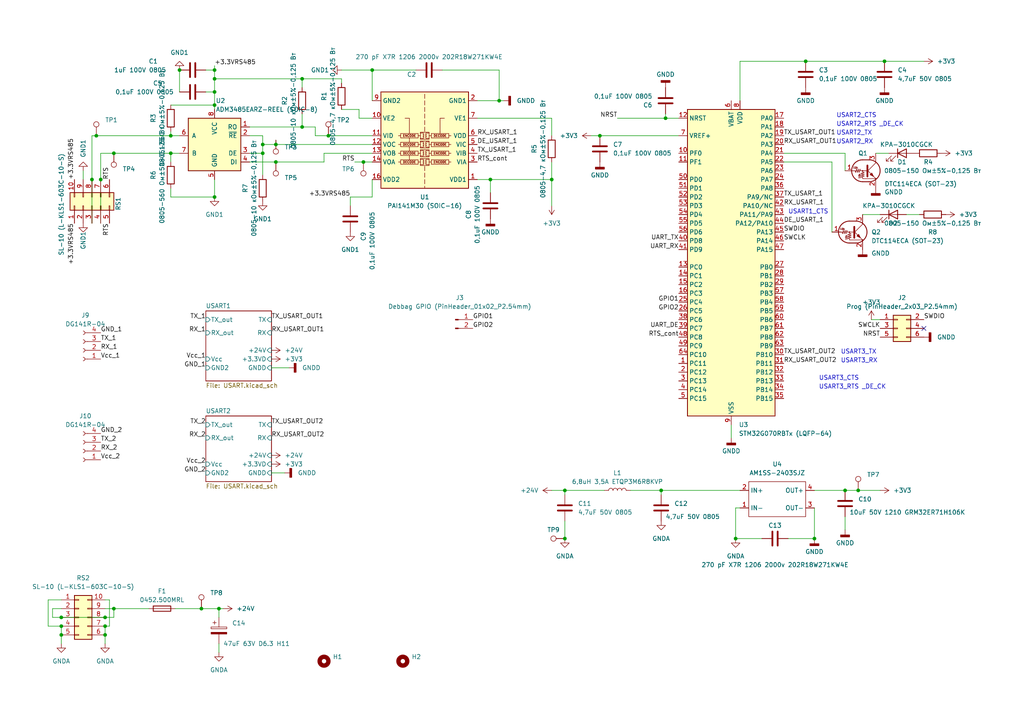
<source format=kicad_sch>
(kicad_sch (version 20230121) (generator eeschema)
  (paper "A4")
  (lib_symbols
    (symbol "Connector:Conn_01x02_Pin" (pin_names (offset 1.016) hide)
      (property "Reference" "J" (at 0 2.54 0))
      (property "Value" "Conn_01x02_Pin" (at 0 -5.08 0))
      (symbol "Conn_01x02_Pin_1_1"
        (pin passive line (at 5.08 0 180) (length 3.81) (name "Pin_1") (number "1"))
        (pin passive line (at 5.08 -2.54 180) (length 3.81) (name "Pin_2") (number "2"))
      )
    )
    (symbol "Connector:Conn_01x04_Socket" (pin_names (offset 1.016) hide)
      (property "Reference" "J" (at 0 5.08 0))
      (property "Value" "Conn_01x04_Socket" (at 0 -7.62 0))
      (symbol "Conn_01x04_Socket_1_1"
        (pin passive line (at -5.08 2.54 0) (length 3.81) (name "Pin_1") (number "1"))
        (pin passive line (at -5.08 0 0) (length 3.81) (name "Pin_2") (number "2"))
        (pin passive line (at -5.08 -2.54 0) (length 3.81) (name "Pin_3") (number "3"))
        (pin passive line (at -5.08 -5.08 0) (length 3.81) (name "Pin_4") (number "4"))
      )
    )
    (symbol "Connector:TestPoint" (pin_numbers hide) (pin_names (offset 0.762) hide)
      (property "Reference" "TP" (at 0 6.858 0))
      (property "Value" "TestPoint" (at 0 5.08 0))
      (symbol "TestPoint_1_1"
        (pin passive line (at 0 0 90) (length 2.54) (name "1") (number "1"))
      )
    )
    (symbol "Connector_Generic:Conn_02x03_Odd_Even" (pin_names (offset 1.016) hide)
      (property "Reference" "J" (at 1.27 5.08 0))
      (property "Value" "Conn_02x03_Odd_Even" (at 1.27 -5.08 0))
      (symbol "Conn_02x03_Odd_Even_1_1"
        (pin passive line (at -5.08 2.54 0) (length 3.81) (name "Pin_1") (number "1"))
        (pin passive line (at 7.62 2.54 180) (length 3.81) (name "Pin_2") (number "2"))
        (pin passive line (at -5.08 0 0) (length 3.81) (name "Pin_3") (number "3"))
        (pin passive line (at 7.62 0 180) (length 3.81) (name "Pin_4") (number "4"))
        (pin passive line (at -5.08 -2.54 0) (length 3.81) (name "Pin_5") (number "5"))
        (pin passive line (at 7.62 -2.54 180) (length 3.81) (name "Pin_6") (number "6"))
      )
    )
    (symbol "Connector_Generic:Conn_02x05_Counter_Clockwise" (pin_names (offset 1.016) hide)
      (property "Reference" "J" (at 1.27 7.62 0))
      (property "Value" "Conn_02x05_Counter_Clockwise" (at 1.27 -7.62 0))
      (symbol "Conn_02x05_Counter_Clockwise_1_1"
        (pin passive line (at -5.08 5.08 0) (length 3.81) (name "Pin_1") (number "1"))
        (pin passive line (at 7.62 5.08 180) (length 3.81) (name "Pin_10") (number "10"))
        (pin passive line (at -5.08 2.54 0) (length 3.81) (name "Pin_2") (number "2"))
        (pin passive line (at -5.08 0 0) (length 3.81) (name "Pin_3") (number "3"))
        (pin passive line (at -5.08 -2.54 0) (length 3.81) (name "Pin_4") (number "4"))
        (pin passive line (at -5.08 -5.08 0) (length 3.81) (name "Pin_5") (number "5"))
        (pin passive line (at 7.62 -5.08 180) (length 3.81) (name "Pin_6") (number "6"))
        (pin passive line (at 7.62 -2.54 180) (length 3.81) (name "Pin_7") (number "7"))
        (pin passive line (at 7.62 0 180) (length 3.81) (name "Pin_8") (number "8"))
        (pin passive line (at 7.62 2.54 180) (length 3.81) (name "Pin_9") (number "9"))
      )
    )
    (symbol "Converter_DCDC:AM1SS-"
      (property "Reference" "U" (at -1.27 2.54 0))
      (property "Value" "AM1SS-" (at 0 0 0))
      (symbol "AM1SS-_1_1"
        (pin input line (at -8.89 -5.08 0) (length 2.56) (name "IN-") (number "1"))
        (pin input line (at -8.89 -10.16 0) (length 2.56) (name "IN+") (number "2"))
        (pin output line (at 12.7 -5.08 180) (length 2.56) (name "OUT-") (number "3"))
        (pin output line (at 12.7 -10.16 180) (length 2.56) (name "OUT+") (number "4"))
      )
    )
    (symbol "Device:C" (pin_numbers hide) (pin_names (offset 0.254))
      (property "Reference" "C" (at 0.635 2.54 0))
      (property "Value" "C" (at 0.635 -2.54 0))
      (symbol "C_1_1"
        (pin passive line (at 0 3.81 270) (length 2.794) (name "~") (number "1"))
        (pin passive line (at 0 -3.81 90) (length 2.794) (name "~") (number "2"))
      )
    )
    (symbol "Device:C_Polarized" (pin_numbers hide) (pin_names (offset 0.254))
      (property "Reference" "C" (at 0.635 2.54 0))
      (property "Value" "C_Polarized" (at 0.635 -2.54 0))
      (symbol "C_Polarized_1_1"
        (pin passive line (at 0 3.81 270) (length 2.794) (name "~") (number "1"))
        (pin passive line (at 0 -3.81 90) (length 2.794) (name "~") (number "2"))
      )
    )
    (symbol "Device:Fuse" (pin_numbers hide) (pin_names (offset 0))
      (property "Reference" "F" (at 2.032 0 90))
      (property "Value" "Fuse" (at -1.905 0 90))
      (symbol "Fuse_1_1"
        (pin passive line (at 0 3.81 270) (length 1.27) (name "~") (number "1"))
        (pin passive line (at 0 -3.81 90) (length 1.27) (name "~") (number "2"))
      )
    )
    (symbol "Device:L" (pin_numbers hide) (pin_names (offset 1.016) hide)
      (property "Reference" "L" (at -1.27 0 90))
      (property "Value" "L" (at 1.905 0 90))
      (symbol "L_1_1"
        (pin passive line (at 0 3.81 270) (length 1.27) (name "1") (number "1"))
        (pin passive line (at 0 -3.81 90) (length 1.27) (name "2") (number "2"))
      )
    )
    (symbol "Device:LED" (pin_numbers hide) (pin_names (offset 1.016) hide)
      (property "Reference" "D" (at 0 2.54 0))
      (property "Value" "LED" (at 0 -2.54 0))
      (symbol "LED_1_1"
        (pin passive line (at -3.81 0 0) (length 2.54) (name "K") (number "1"))
        (pin passive line (at 3.81 0 180) (length 2.54) (name "A") (number "2"))
      )
    )
    (symbol "Device:R" (pin_numbers hide) (pin_names (offset 0))
      (property "Reference" "R" (at 2.032 0 90))
      (property "Value" "R" (at 0 0 90))
      (symbol "R_1_1"
        (pin passive line (at 0 3.81 270) (length 1.27) (name "~") (number "1"))
        (pin passive line (at 0 -3.81 90) (length 1.27) (name "~") (number "2"))
      )
    )
    (symbol "Interface_UART:SP3485CN" (pin_names (offset 1.016))
      (property "Reference" "U" (at -7.62 8.89 0))
      (property "Value" "SP3485CN" (at 2.54 8.89 0))
      (symbol "SP3485CN_1_1"
        (pin output line (at -10.16 5.08 0) (length 2.54) (name "RO") (number "1"))
        (pin input line (at -10.16 2.54 0) (length 2.54) (name "~{RE}") (number "2"))
        (pin input line (at -10.16 -2.54 0) (length 2.54) (name "DE") (number "3"))
        (pin input line (at -10.16 -5.08 0) (length 2.54) (name "DI") (number "4"))
        (pin power_in line (at 0 -10.16 90) (length 2.54) (name "GND") (number "5"))
        (pin bidirectional line (at 10.16 2.54 180) (length 2.54) (name "A") (number "6"))
        (pin bidirectional line (at 10.16 -2.54 180) (length 2.54) (name "B") (number "7"))
        (pin power_in line (at 0 10.16 270) (length 2.54) (name "VCC") (number "8"))
      )
    )
    (symbol "Isolator:π141M3x"
      (property "Reference" "U" (at 0 19.05 0))
      (property "Value" "π141M3x" (at 0 16.51 0))
      (symbol "π141M3x_0_0"
        (text "DECODE" (at -4.445 0 0) (effects (font (size 0.635 0.635))))
        (text "DECODE" (at 4.445 2.54 0) (effects (font (size 0.635 0.635))))
        (text "DECODE" (at 4.445 5.08 0) (effects (font (size 0.635 0.635))))
        (text "DECODE" (at 4.445 7.62 0) (effects (font (size 0.635 0.635))))
        (text "ENCODE" (at -4.445 2.54 0) (effects (font (size 0.635 0.635))))
        (text "ENCODE" (at -4.445 5.08 0) (effects (font (size 0.635 0.635))))
        (text "ENCODE" (at -4.445 7.62 0) (effects (font (size 0.635 0.635))))
        (text "ENCODE" (at 4.445 0 0) (effects (font (size 0.635 0.635))))
      )
      (symbol "π141M3x_1_1"
        (pin power_in line (at -15.24 12.7 0) (length 2.54) (name "VDD1") (number "1"))
        (pin input line (at 15.24 -5.08 180) (length 2.54) (name "VE2") (number "10"))
        (pin input line (at 15.24 0 180) (length 2.54) (name "VID") (number "11"))
        (pin output line (at 15.24 2.54 180) (length 2.54) (name "VOC") (number "12"))
        (pin output line (at 15.24 5.08 180) (length 2.54) (name "VOB") (number "13"))
        (pin output line (at 15.24 7.62 180) (length 2.54) (name "VOA") (number "14"))
        (pin passive line (at 15.24 -10.16 180) (length 2.54) hide (name "GND2") (number "15"))
        (pin power_in line (at 15.24 12.7 180) (length 2.54) (name "VDD2") (number "16"))
        (pin power_in line (at -15.24 -10.16 0) (length 2.54) (name "GND1") (number "2"))
        (pin input line (at -15.24 7.62 0) (length 2.54) (name "VIA") (number "3"))
        (pin input line (at -15.24 5.08 0) (length 2.54) (name "VIB") (number "4"))
        (pin input line (at -15.24 2.54 0) (length 2.54) (name "VIC") (number "5"))
        (pin output line (at -15.24 0 0) (length 2.54) (name "VOD") (number "6"))
        (pin input line (at -15.24 -5.08 0) (length 2.54) (name "VE1") (number "7"))
        (pin passive line (at -15.24 -10.16 0) (length 2.54) hide (name "GND1") (number "8"))
        (pin power_in line (at 15.24 -10.16 180) (length 2.54) (name "GND2") (number "9"))
      )
    )
    (symbol "MCU_ST_STM32G0:STM32G070RBTx"
      (property "Reference" "U" (at -12.7 46.99 0))
      (property "Value" "STM32G070RBTx" (at 5.08 46.99 0))
      (symbol "STM32G070RBTx_1_1"
        (pin bidirectional line (at -15.24 -27.94 0) (length 2.54) (name "PC11") (number "1"))
        (pin bidirectional line (at -15.24 33.02 0) (length 2.54) (name "PF0") (number "10"))
        (pin bidirectional line (at -15.24 30.48 0) (length 2.54) (name "PF1") (number "11"))
        (pin input line (at -15.24 43.18 0) (length 2.54) (name "NRST") (number "12"))
        (pin bidirectional line (at -15.24 0 0) (length 2.54) (name "PC0") (number "13"))
        (pin bidirectional line (at -15.24 -2.54 0) (length 2.54) (name "PC1") (number "14"))
        (pin bidirectional line (at -15.24 -5.08 0) (length 2.54) (name "PC2") (number "15"))
        (pin bidirectional line (at -15.24 -7.62 0) (length 2.54) (name "PC3") (number "16"))
        (pin bidirectional line (at 15.24 43.18 180) (length 2.54) (name "PA0") (number "17"))
        (pin bidirectional line (at 15.24 40.64 180) (length 2.54) (name "PA1") (number "18"))
        (pin bidirectional line (at 15.24 38.1 180) (length 2.54) (name "PA2") (number "19"))
        (pin bidirectional line (at -15.24 -30.48 0) (length 2.54) (name "PC12") (number "2"))
        (pin bidirectional line (at 15.24 35.56 180) (length 2.54) (name "PA3") (number "20"))
        (pin bidirectional line (at 15.24 33.02 180) (length 2.54) (name "PA4") (number "21"))
        (pin bidirectional line (at 15.24 30.48 180) (length 2.54) (name "PA5") (number "22"))
        (pin bidirectional line (at 15.24 27.94 180) (length 2.54) (name "PA6") (number "23"))
        (pin bidirectional line (at 15.24 25.4 180) (length 2.54) (name "PA7") (number "24"))
        (pin bidirectional line (at -15.24 -10.16 0) (length 2.54) (name "PC4") (number "25"))
        (pin bidirectional line (at -15.24 -12.7 0) (length 2.54) (name "PC5") (number "26"))
        (pin bidirectional line (at 15.24 0 180) (length 2.54) (name "PB0") (number "27"))
        (pin bidirectional line (at 15.24 -2.54 180) (length 2.54) (name "PB1") (number "28"))
        (pin bidirectional line (at 15.24 -5.08 180) (length 2.54) (name "PB2") (number "29"))
        (pin bidirectional line (at -15.24 -33.02 0) (length 2.54) (name "PC13") (number "3"))
        (pin bidirectional line (at 15.24 -25.4 180) (length 2.54) (name "PB10") (number "30"))
        (pin bidirectional line (at 15.24 -27.94 180) (length 2.54) (name "PB11") (number "31"))
        (pin bidirectional line (at 15.24 -30.48 180) (length 2.54) (name "PB12") (number "32"))
        (pin bidirectional line (at 15.24 -33.02 180) (length 2.54) (name "PB13") (number "33"))
        (pin bidirectional line (at 15.24 -35.56 180) (length 2.54) (name "PB14") (number "34"))
        (pin bidirectional line (at 15.24 -38.1 180) (length 2.54) (name "PB15") (number "35"))
        (pin bidirectional line (at 15.24 22.86 180) (length 2.54) (name "PA8") (number "36"))
        (pin bidirectional line (at 15.24 20.32 180) (length 2.54) (name "PA9/NC") (number "37"))
        (pin bidirectional line (at -15.24 -15.24 0) (length 2.54) (name "PC6") (number "38"))
        (pin bidirectional line (at -15.24 -17.78 0) (length 2.54) (name "PC7") (number "39"))
        (pin bidirectional line (at -15.24 -35.56 0) (length 2.54) (name "PC14") (number "4"))
        (pin bidirectional line (at -15.24 7.62 0) (length 2.54) (name "PD8") (number "40"))
        (pin bidirectional line (at -15.24 5.08 0) (length 2.54) (name "PD9") (number "41"))
        (pin bidirectional line (at 15.24 17.78 180) (length 2.54) (name "PA10/NC") (number "42"))
        (pin bidirectional line (at 15.24 15.24 180) (length 2.54) (name "PA11/PA9") (number "43"))
        (pin bidirectional line (at 15.24 12.7 180) (length 2.54) (name "PA12/PA10") (number "44"))
        (pin bidirectional line (at 15.24 10.16 180) (length 2.54) (name "PA13") (number "45"))
        (pin bidirectional line (at 15.24 7.62 180) (length 2.54) (name "PA14") (number "46"))
        (pin bidirectional line (at 15.24 5.08 180) (length 2.54) (name "PA15") (number "47"))
        (pin bidirectional line (at -15.24 -20.32 0) (length 2.54) (name "PC8") (number "48"))
        (pin bidirectional line (at -15.24 -22.86 0) (length 2.54) (name "PC9") (number "49"))
        (pin bidirectional line (at -15.24 -38.1 0) (length 2.54) (name "PC15") (number "5"))
        (pin bidirectional line (at -15.24 25.4 0) (length 2.54) (name "PD0") (number "50"))
        (pin bidirectional line (at -15.24 22.86 0) (length 2.54) (name "PD1") (number "51"))
        (pin bidirectional line (at -15.24 20.32 0) (length 2.54) (name "PD2") (number "52"))
        (pin bidirectional line (at -15.24 17.78 0) (length 2.54) (name "PD3") (number "53"))
        (pin bidirectional line (at -15.24 15.24 0) (length 2.54) (name "PD4") (number "54"))
        (pin bidirectional line (at -15.24 12.7 0) (length 2.54) (name "PD5") (number "55"))
        (pin bidirectional line (at -15.24 10.16 0) (length 2.54) (name "PD6") (number "56"))
        (pin bidirectional line (at 15.24 -7.62 180) (length 2.54) (name "PB3") (number "57"))
        (pin bidirectional line (at 15.24 -10.16 180) (length 2.54) (name "PB4") (number "58"))
        (pin bidirectional line (at 15.24 -12.7 180) (length 2.54) (name "PB5") (number "59"))
        (pin power_in line (at 0 48.26 270) (length 2.54) (name "VBAT") (number "6"))
        (pin bidirectional line (at 15.24 -15.24 180) (length 2.54) (name "PB6") (number "60"))
        (pin bidirectional line (at 15.24 -17.78 180) (length 2.54) (name "PB7") (number "61"))
        (pin bidirectional line (at 15.24 -20.32 180) (length 2.54) (name "PB8") (number "62"))
        (pin bidirectional line (at 15.24 -22.86 180) (length 2.54) (name "PB9") (number "63"))
        (pin bidirectional line (at -15.24 -25.4 0) (length 2.54) (name "PC10") (number "64"))
        (pin input line (at -15.24 38.1 0) (length 2.54) (name "VREF+") (number "7"))
        (pin power_in line (at 2.54 48.26 270) (length 2.54) (name "VDD") (number "8"))
        (pin power_in line (at 0 -45.72 90) (length 2.54) (name "VSS") (number "9"))
      )
    )
    (symbol "Mechanical:MountingHole" (pin_names (offset 1.016))
      (property "Reference" "H" (at 0 5.08 0))
      (property "Value" "MountingHole" (at 0 3.175 0))
    )
    (symbol "PCM_4ms_Power-symbol:GNDA" (power) (pin_numbers hide) (pin_names (offset 0) hide)
      (property "Value" "GNDA" (at 0 -3.81 0))
      (symbol "GNDA_1_1"
        (pin power_in line (at 0 0 270) (length 0) hide (name "GNDA") (number "1"))
      )
    )
    (symbol "Transistor_BJT:DTC114E" (pin_names (offset 0) hide)
      (property "Reference" "Q" (at 5.08 1.905 0))
      (property "Value" "DTC114E" (at 5.08 0 0))
      (symbol "DTC114E_0_0"
        (text "10k" (at -3.302 0.889 0) (effects (font (size 0.508 0.508))))
        (text "10k" (at -2.159 -1.524 900) (effects (font (size 0.508 0.508))))
      )
      (symbol "DTC114E_1_1"
        (pin input line (at -6.35 0 0) (length 2.54) (name "B") (number "1"))
        (pin passive line (at 2.54 -5.08 90) (length 2.54) (name "E") (number "2"))
        (pin passive line (at 2.54 5.08 270) (length 2.54) (name "C") (number "3"))
      )
    )
    (symbol "power:+24V" (power) (pin_numbers hide) (pin_names (offset 0) hide)
      (property "Value" "+24V" (at 0 3.556 0))
      (symbol "+24V_1_1"
        (pin power_in line (at 0 0 90) (length 0) hide (name "+24V") (number "1"))
      )
    )
    (symbol "power:+3V3" (power) (pin_numbers hide) (pin_names (offset 0) hide)
      (property "Value" "+3V3" (at 0 3.556 0))
      (symbol "+3V3_1_1"
        (pin power_in line (at 0 0 90) (length 0) hide (name "+3V3") (number "1"))
      )
    )
    (symbol "power:GND1" (power) (pin_numbers hide) (pin_names (offset 0) hide)
      (property "Value" "GND1" (at 0 -3.81 0))
      (symbol "GND1_1_1"
        (pin power_in line (at 0 0 270) (length 0) hide (name "GND1") (number "1"))
      )
    )
    (symbol "power:GNDD" (power) (pin_numbers hide) (pin_names (offset 0) hide)
      (property "Value" "GNDD" (at 0 -3.175 0))
      (symbol "GNDD_1_1"
        (pin power_in line (at 0 0 270) (length 0) hide (name "GNDD") (number "1"))
      )
    )
  )
  (junction (at 30.48 184.15))
  (junction (at 248.92 142.24))
  (junction (at 107.95 20.32))
  (junction (at 173.99 39.37))
  (junction (at 62.23 26.67))
  (junction (at 30.48 179.07))
  (junction (at 17.78 181.61))
  (junction (at 62.23 22.86))
  (junction (at 62.23 20.32))
  (junction (at 49.53 39.37))
  (junction (at 76.2 44.45))
  (junction (at 95.25 39.37))
  (junction (at 29.21 52.07))
  (junction (at 80.01 41.91))
  (junction (at 62.23 30.48))
  (junction (at 160.02 52.07))
  (junction (at 256.54 17.78))
  (junction (at 76.2 41.91))
  (junction (at 27.94 39.37))
  (junction (at 30.48 181.61))
  (junction (at 87.63 36.83))
  (junction (at 193.04 34.29))
  (junction (at 142.24 52.07))
  (junction (at 80.01 46.99))
  (junction (at 163.83 156.21))
  (junction (at 191.77 142.24))
  (junction (at 87.63 22.86))
  (junction (at 144.78 29.21))
  (junction (at 26.67 52.07))
  (junction (at 163.83 142.24))
  (junction (at 245.11 142.24))
  (junction (at 33.02 44.45))
  (junction (at 17.78 179.07))
  (junction (at 62.23 57.15))
  (junction (at 213.36 156.21))
  (junction (at 233.68 17.78))
  (junction (at 49.53 44.45))
  (junction (at 17.78 184.15))
  (junction (at 105.41 46.99))
  (junction (at 236.22 156.21))
  (junction (at 52.07 20.32))
  (junction (at 33.02 176.53))
  (junction (at 63.5 176.53))
  (junction (at 58.42 176.53))
  (no_connect (at 267.97 95.25))
  (wire (pts (xy 62.23 22.86) (xy 87.63 22.86)))
  (wire (pts (xy 102.87 46.99) (xy 105.41 46.99)))
  (wire (pts (xy 144.78 29.21) (xy 146.05 29.21)))
  (wire (pts (xy 49.53 46.99) (xy 49.53 44.45)))
  (wire (pts (xy 26.67 39.37) (xy 26.67 52.07)))
  (wire (pts (xy 30.48 181.61) (xy 30.48 184.15)))
  (wire (pts (xy 241.3 46.99) (xy 227.33 46.99)))
  (wire (pts (xy 15.24 176.53) (xy 15.24 179.07)))
  (wire (pts (xy 160.02 142.24) (xy 163.83 142.24)))
  (wire (pts (xy 31.75 173.99) (xy 31.75 181.61)))
  (wire (pts (xy 78.74 137.16) (xy 82.55 137.16)))
  (wire (pts (xy 13.97 173.99) (xy 13.97 181.61)))
  (wire (pts (xy 29.21 64.77) (xy 29.21 52.07)))
  (wire (pts (xy 257.81 44.45) (xy 254 44.45)))
  (wire (pts (xy 15.24 179.07) (xy 17.78 179.07)))
  (wire (pts (xy 91.44 39.37) (xy 95.25 39.37)))
  (wire (pts (xy 76.2 39.37) (xy 76.2 41.91)))
  (wire (pts (xy 227.33 44.45) (xy 245.11 44.45)))
  (wire (pts (xy 63.5 176.53) (xy 63.5 179.07)))
  (wire (pts (xy 49.53 54.61) (xy 49.53 57.15)))
  (wire (pts (xy 95.25 39.37) (xy 107.95 39.37)))
  (wire (pts (xy 62.23 20.32) (xy 62.23 22.86)))
  (wire (pts (xy 87.63 22.86) (xy 99.06 22.86)))
  (wire (pts (xy 128.27 20.32) (xy 144.78 20.32)))
  (wire (pts (xy 179.07 34.29) (xy 193.04 34.29)))
  (wire (pts (xy 213.36 156.21) (xy 220.98 156.21)))
  (wire (pts (xy 76.2 44.45) (xy 72.39 44.45)))
  (wire (pts (xy 248.92 142.24) (xy 255.27 142.24)))
  (wire (pts (xy 62.23 26.67) (xy 62.23 30.48)))
  (wire (pts (xy 163.83 156.21) (xy 163.83 151.13)))
  (wire (pts (xy 58.42 176.53) (xy 63.5 176.53)))
  (wire (pts (xy 17.78 184.15) (xy 17.78 186.69)))
  (wire (pts (xy 252.73 92.71) (xy 255.27 92.71)))
  (wire (pts (xy 107.95 20.32) (xy 107.95 29.21)))
  (wire (pts (xy 173.99 39.37) (xy 196.85 39.37)))
  (wire (pts (xy 163.83 143.51) (xy 163.83 142.24)))
  (wire (pts (xy 31.75 181.61) (xy 30.48 181.61)))
  (wire (pts (xy 142.24 52.07) (xy 160.02 52.07)))
  (wire (pts (xy 104.14 31.75) (xy 99.06 31.75)))
  (wire (pts (xy 163.83 142.24) (xy 175.26 142.24)))
  (wire (pts (xy 104.14 34.29) (xy 104.14 31.75)))
  (wire (pts (xy 191.77 143.51) (xy 191.77 142.24)))
  (wire (pts (xy 233.68 17.78) (xy 256.54 17.78)))
  (wire (pts (xy 160.02 34.29) (xy 160.02 39.37)))
  (wire (pts (xy 62.23 22.86) (xy 62.23 26.67)))
  (wire (pts (xy 87.63 22.86) (xy 87.63 25.4)))
  (wire (pts (xy 107.95 57.15) (xy 107.95 52.07)))
  (wire (pts (xy 72.39 46.99) (xy 80.01 46.99)))
  (wire (pts (xy 191.77 142.24) (xy 214.63 142.24)))
  (wire (pts (xy 87.63 36.83) (xy 72.39 36.83)))
  (wire (pts (xy 49.53 38.1) (xy 49.53 39.37)))
  (wire (pts (xy 30.48 184.15) (xy 30.48 186.69)))
  (wire (pts (xy 49.53 57.15) (xy 62.23 57.15)))
  (wire (pts (xy 138.43 29.21) (xy 144.78 29.21)))
  (wire (pts (xy 33.02 44.45) (xy 49.53 44.45)))
  (wire (pts (xy 52.07 20.32) (xy 52.07 26.67)))
  (wire (pts (xy 105.41 46.99) (xy 107.95 46.99)))
  (wire (pts (xy 236.22 142.24) (xy 245.11 142.24)))
  (wire (pts (xy 76.2 41.91) (xy 76.2 44.45)))
  (wire (pts (xy 30.48 176.53) (xy 33.02 176.53)))
  (wire (pts (xy 138.43 52.07) (xy 142.24 52.07)))
  (wire (pts (xy 63.5 186.69) (xy 63.5 189.23)))
  (wire (pts (xy 91.44 36.83) (xy 91.44 39.37)))
  (wire (pts (xy 62.23 19.05) (xy 62.23 20.32)))
  (wire (pts (xy 80.01 41.91) (xy 107.95 41.91)))
  (wire (pts (xy 78.74 106.68) (xy 83.82 106.68)))
  (wire (pts (xy 72.39 39.37) (xy 76.2 39.37)))
  (wire (pts (xy 101.6 57.15) (xy 107.95 57.15)))
  (wire (pts (xy 59.69 26.67) (xy 62.23 26.67)))
  (wire (pts (xy 29.21 44.45) (xy 33.02 44.45)))
  (wire (pts (xy 27.94 39.37) (xy 49.53 39.37)))
  (wire (pts (xy 33.02 176.53) (xy 43.18 176.53)))
  (wire (pts (xy 193.04 34.29) (xy 193.04 33.02)))
  (wire (pts (xy 26.67 64.77) (xy 26.67 52.07)))
  (wire (pts (xy 29.21 44.45) (xy 29.21 52.07)))
  (wire (pts (xy 13.97 181.61) (xy 17.78 181.61)))
  (wire (pts (xy 241.3 46.99) (xy 241.3 67.31)))
  (wire (pts (xy 99.06 24.13) (xy 99.06 22.86)))
  (wire (pts (xy 80.01 46.99) (xy 93.98 46.99)))
  (wire (pts (xy 212.09 123.19) (xy 212.09 127)))
  (wire (pts (xy 228.6 156.21) (xy 236.22 156.21)))
  (wire (pts (xy 160.02 52.07) (xy 160.02 59.69)))
  (wire (pts (xy 62.23 52.07) (xy 62.23 57.15)))
  (wire (pts (xy 138.43 34.29) (xy 160.02 34.29)))
  (wire (pts (xy 30.48 173.99) (xy 31.75 173.99)))
  (wire (pts (xy 214.63 17.78) (xy 233.68 17.78)))
  (wire (pts (xy 26.67 39.37) (xy 27.94 39.37)))
  (wire (pts (xy 256.54 17.78) (xy 267.97 17.78)))
  (wire (pts (xy 93.98 46.99) (xy 93.98 44.45)))
  (wire (pts (xy 17.78 181.61) (xy 17.78 184.15)))
  (wire (pts (xy 214.63 147.32) (xy 213.36 147.32)))
  (wire (pts (xy 76.2 44.45) (xy 76.2 50.8)))
  (wire (pts (xy 17.78 173.99) (xy 13.97 173.99)))
  (wire (pts (xy 245.11 44.45) (xy 245.11 49.53)))
  (wire (pts (xy 62.23 30.48) (xy 62.23 31.75)))
  (wire (pts (xy 87.63 36.83) (xy 91.44 36.83)))
  (wire (pts (xy 182.88 142.24) (xy 191.77 142.24)))
  (wire (pts (xy 104.14 34.29) (xy 107.95 34.29)))
  (wire (pts (xy 144.78 20.32) (xy 144.78 29.21)))
  (wire (pts (xy 24.13 49.53) (xy 24.13 52.07)))
  (wire (pts (xy 101.6 57.15) (xy 101.6 59.69)))
  (wire (pts (xy 17.78 179.07) (xy 30.48 179.07)))
  (wire (pts (xy 120.65 20.32) (xy 107.95 20.32)))
  (wire (pts (xy 33.02 179.07) (xy 33.02 176.53)))
  (wire (pts (xy 59.69 20.32) (xy 62.23 20.32)))
  (wire (pts (xy 50.8 176.53) (xy 58.42 176.53)))
  (wire (pts (xy 99.06 20.32) (xy 107.95 20.32)))
  (wire (pts (xy 63.5 176.53) (xy 64.77 176.53)))
  (wire (pts (xy 262.89 62.23) (xy 266.7 62.23)))
  (wire (pts (xy 171.45 39.37) (xy 173.99 39.37)))
  (wire (pts (xy 214.63 17.78) (xy 214.63 29.21)))
  (wire (pts (xy 236.22 147.32) (xy 236.22 156.21)))
  (wire (pts (xy 80.01 40.64) (xy 80.01 41.91)))
  (wire (pts (xy 250.19 62.23) (xy 255.27 62.23)))
  (wire (pts (xy 160.02 46.99) (xy 160.02 52.07)))
  (wire (pts (xy 76.2 41.91) (xy 80.01 41.91)))
  (wire (pts (xy 93.98 44.45) (xy 107.95 44.45)))
  (wire (pts (xy 196.85 34.29) (xy 193.04 34.29)))
  (wire (pts (xy 87.63 33.02) (xy 87.63 36.83)))
  (wire (pts (xy 17.78 176.53) (xy 15.24 176.53)))
  (wire (pts (xy 49.53 44.45) (xy 52.07 44.45)))
  (wire (pts (xy 245.11 142.24) (xy 248.92 142.24)))
  (wire (pts (xy 213.36 147.32) (xy 213.36 156.21)))
  (wire (pts (xy 49.53 39.37) (xy 52.07 39.37)))
  (wire (pts (xy 245.11 149.86) (xy 245.11 153.67)))
  (wire (pts (xy 30.48 179.07) (xy 33.02 179.07)))
  (wire (pts (xy 49.53 30.48) (xy 62.23 30.48)))
  (wire (pts (xy 142.24 52.07) (xy 142.24 55.88)))
  (text "USART2_CTS" (at 242.57 34.29 0) (effects (font (size 1.27 1.27)) (justify left bottom)))
  (text "USART1_CTS" (at 228.6 62.23 0) (effects (font (size 1.27 1.27)) (justify left bottom)))
  (text "USART3_RX" (at 243.84 105.41 0) (effects (font (size 1.27 1.27)) (justify left bottom)))
  (text "USART3_RTS _DE_CK" (at 237.49 113.03 0) (effects (font (size 1.27 1.27)) (justify left bottom)))
  (text "USART2_TX" (at 242.57 39.37 0) (effects (font (size 1.27 1.27)) (justify left bottom)))
  (text "USART2_RTS _DE_CK" (at 242.57 36.83 0) (effects (font (size 1.27 1.27)) (justify left bottom)))
  (text "USART3_TX" (at 243.84 102.87 0) (effects (font (size 1.27 1.27)) (justify left bottom)))
  (text "USART3_CTS" (at 237.49 110.49 0) (effects (font (size 1.27 1.27)) (justify left bottom)))
  (text "USART2_RX" (at 242.57 41.91 0) (effects (font (size 1.27 1.27)) (justify left bottom)))
  (label "UART_TX" (at 196.85 69.85 180))
  (label "RX_USART_OUT1" (at 227.33 41.91 0))
  (label "RTS_cont" (at 138.43 46.99 0))
  (label "Vcc_1" (at 59.69 104.14 180))
  (label "TX_1" (at 59.69 92.71 180))
  (label "RX_1" (at 29.21 101.6 0))
  (label "GND_2" (at 59.69 137.16 180))
  (label "RX_1" (at 59.69 96.52 180))
  (label "RTS" (at 31.75 52.07 90))
  (label "RTS_cont" (at 196.85 97.79 180))
  (label "UART_DE" (at 196.85 95.25 180))
  (label "DE_USART_1" (at 227.33 64.77 0))
  (label "TX_USART_OUT2" (at 227.33 102.87 0))
  (label "GPIO1" (at 137.16 92.71 0))
  (label "TX_1" (at 29.21 99.06 0))
  (label "UART_RX" (at 196.85 72.39 180))
  (label "SWCLK" (at 227.33 69.85 0))
  (label "SWDIO" (at 227.33 67.31 0))
  (label "+3.3VRS485" (at 21.59 52.07 90))
  (label "+3.3VRS485" (at 21.59 64.77 270))
  (label "SWCLK" (at 255.27 95.25 180))
  (label "Vcc_2" (at 59.69 134.62 180))
  (label "RX_USART_OUT2" (at 227.33 105.41 0))
  (label "RX_2" (at 29.21 130.81 0))
  (label "RX_USART_1" (at 227.33 59.69 0))
  (label "GPIO2" (at 196.85 90.17 180))
  (label "TX_USART_1" (at 227.33 57.15 0))
  (label "TX_2" (at 59.69 123.19 180))
  (label "RTS" (at 31.75 64.77 270))
  (label "GND_1" (at 59.69 106.68 180))
  (label "GND_1" (at 29.21 96.52 0))
  (label "NRST" (at 179.07 34.29 180))
  (label "NRST" (at 255.27 97.79 180))
  (label "RX_USART_1" (at 138.43 39.37 0))
  (label "SWDIO" (at 267.97 92.71 0))
  (label "TX_2" (at 29.21 128.27 0))
  (label "+3.3VRS485" (at 101.6 57.15 180))
  (label "RX_USART_OUT2" (at 78.74 127 0))
  (label "DE_USART_1" (at 138.43 41.91 0))
  (label "Vcc_1" (at 29.21 104.14 0))
  (label "GND_2" (at 29.21 125.73 0))
  (label "GPIO1" (at 196.85 87.63 180))
  (label "TX_USART_OUT1" (at 78.74 92.71 0))
  (label "GPIO2" (at 137.16 95.25 0))
  (label "+3.3VRS485" (at 62.23 19.05 0))
  (label "RTS" (at 102.87 46.99 180))
  (label "RX_USART_OUT1" (at 78.74 96.52 0))
  (label "Vcc_2" (at 29.21 133.35 0))
  (label "TX_USART_1" (at 138.43 44.45 0))
  (label "TX_USART_OUT2" (at 78.74 123.19 0))
  (label "RX_2" (at 59.69 127 180))
  (label "TX_USART_OUT1" (at 227.33 39.37 0))
  (symbol (lib_id "Device:R") (at 87.63 29.21 180) (unit 1)
    (property "Reference" "R2" (at 82.55 29.21 90))
    (property "Value" "0805-10 кОм±5%-0,125 Вт" (at 85.09 29.21 90))
    (property "Footprint" "PCM_4ms_Resistor:R_0805_2012Metric" (effects hide))
  )
  (symbol (lib_id "power:+3V3") (at 274.32 62.23 270) (unit 1)
    (property "Reference" "#PWR013" (effects hide))
    (property "Value" "+3V3" (at 278.13 62.23 90) (effects (justify left)))
  )
  (symbol (lib_id "power:+24V") (at 64.77 176.53 270) (unit 1)
    (property "Reference" "#PWR032" (effects hide))
    (property "Value" "+24V" (at 68.58 176.53 90) (effects (justify left)))
  )
  (symbol (lib_id "Device:C") (at 193.04 29.21 180) (unit 1)
    (property "Reference" "C6" (at 189.23 30.48 0) (effects (justify left)))
    (property "Value" "0,1uF 100V 0805" (at 189.23 27.94 0) (effects (justify left)))
    (property "Footprint" "Capacitor_SMD:C_0805_2012Metric_Pad1.18x1.45mm_HandSolder" (effects hide))
  )
  (symbol (lib_id "Device:R") (at 269.24 44.45 90) (unit 1)
    (property "Reference" "R4" (at 269.24 46.99 90))
    (property "Value" "0805-150 Ом±5%-0,125 Вт" (at 270.51 49.53 90))
    (property "Footprint" "PCM_4ms_Resistor:R_0805_2012Metric" (effects hide))
  )
  (symbol (lib_id "Device:R") (at 49.53 34.29 180) (unit 1)
    (property "Reference" "R3" (at 44.45 34.29 90))
    (property "Value" "0805-560 Ом±5%-0,125 Вт" (at 46.99 34.29 90))
    (property "Footprint" "PCM_4ms_Resistor:R_0805_2012Metric" (effects hide))
  )
  (symbol (lib_id "Device:R") (at 270.51 62.23 270) (unit 1)
    (property "Reference" "R8" (at 270.51 67.31 90))
    (property "Value" "0805-150 Ом±5%-0,125 Вт" (at 270.51 64.77 90))
    (property "Footprint" "PCM_4ms_Resistor:R_0805_2012Metric" (effects hide))
  )
  (symbol (lib_id "power:+24V") (at 78.74 132.08 270) (unit 1)
    (property "Reference" "#PWR036" (effects hide))
    (property "Value" "+24V" (at 82.55 132.08 90) (effects (justify left)))
  )
  (symbol (lib_id "Device:C") (at 55.88 20.32 90) (unit 1)
    (property "Reference" "C1" (at 44.45 17.78 90))
    (property "Value" "1uF 100V 0805" (at 40.64 20.32 90))
    (property "Footprint" "PCM_Capacitor_SMD_AKL:C_0805_2012Metric_Pad1.18x1.45mm_HandSolder" (effects hide))
  )
  (symbol (lib_id "power:GNDD") (at 245.11 153.67 0) (unit 1)
    (property "Reference" "#PWR029" (effects hide))
    (property "Value" "GNDD" (at 245.11 157.48 0))
  )
  (symbol (lib_id "Device:C") (at 101.6 63.5 180) (unit 1)
    (property "Reference" "C9" (at 105.41 68.58 90))
    (property "Value" "0,1uF 100V 0805" (at 107.95 69.85 90))
    (property "Footprint" "PCM_Capacitor_SMD_AKL:C_0805_2012Metric_Pad1.18x1.45mm_HandSolder" (effects hide))
  )
  (symbol (lib_id "Device:C") (at 256.54 21.59 0) (unit 1)
    (property "Reference" "C4" (at 260.35 20.32 0) (effects (justify left)))
    (property "Value" "4,7uF 50V 0805" (at 260.35 22.86 0) (effects (justify left)))
    (property "Footprint" "PCM_Capacitor_SMD_AKL:C_0805_2012Metric_Pad1.18x1.45mm_HandSolder" (effects hide))
  )
  (symbol (lib_id "PCM_4ms_Power-symbol:GNDA") (at 191.77 151.13 0) (unit 1)
    (property "Reference" "#PWR028" (effects hide))
    (property "Value" "GNDA" (at 191.77 156.21 0))
  )
  (symbol (lib_id "power:GND1") (at 76.2 58.42 0) (unit 1)
    (property "Reference" "#PWR015" (effects hide))
    (property "Value" "GND1" (at 76.2 63.5 0))
  )
  (symbol (lib_id "power:+3V3") (at 78.74 134.62 270) (unit 1)
    (property "Reference" "#PWR039" (effects hide))
    (property "Value" "+3V3" (at 82.55 134.62 90) (effects (justify left)))
  )
  (symbol (lib_id "Connector:Conn_01x02_Pin") (at 132.08 92.71 0) (unit 1)
    (property "Reference" "J3" (at 133.35 86.36 0))
    (property "Value" "Debbag GPIO (PinHeader_01x02_P2.54mm)" (at 133.35 88.9 0))
    (property "Footprint" "Connector_PinHeader_2.54mm:PinHeader_1x02_P2.54mm_Vertical" (effects hide))
  )
  (symbol (lib_id "Device:LED") (at 261.62 44.45 0) (unit 1)
    (property "Reference" "D1" (at 261.62 46.99 0))
    (property "Value" "KPA-3010CGCK" (at 262.89 41.91 0))
    (property "Footprint" "LED_SMD:LED_Kingbright_KPA-3010_3x2x1mm" (effects hide))
  )
  (symbol (lib_id "Device:R") (at 99.06 27.94 180) (unit 1)
    (property "Reference" "R1" (at 93.98 27.94 90))
    (property "Value" "0805-4,7 кОм±5%-0,125 Вт" (at 96.52 27.94 90))
    (property "Footprint" "PCM_4ms_Resistor:R_0805_2012Metric" (effects hide))
  )
  (symbol (lib_id "power:GND1") (at 24.13 64.77 0) (unit 1)
    (property "Reference" "#PWR018" (effects hide))
    (property "Value" "GND1" (at 24.13 72.39 90) (effects (justify left)))
  )
  (symbol (lib_id "Connector_Generic:Conn_02x05_Counter_Clockwise") (at 26.67 59.69 90) (unit 1) (in_bom no)
    (property "Reference" "RS1" (at 34.29 57.15 0) (effects (justify right)))
    (property "Value" "SL-10 (L-KLS1-603C-10-S)" (at 17.78 44.45 0) (effects (justify right)))
    (property "Footprint" "Connector:Edge_Conn_KLS1-603-10" (effects hide))
  )
  (symbol (lib_id "PCM_4ms_Power-symbol:GNDA") (at 213.36 156.21 0) (unit 1)
    (property "Reference" "#PWR030" (effects hide))
    (property "Value" "GNDA" (at 213.36 161.29 0))
  )
  (symbol (lib_id "power:GND1") (at 101.6 67.31 0) (unit 1)
    (property "Reference" "#PWR020" (effects hide))
    (property "Value" "GND1" (at 101.6 72.39 0))
  )
  (symbol (lib_id "power:GNDD") (at 236.22 156.21 0) (unit 1)
    (property "Reference" "#PWR031" (effects hide))
    (property "Value" "GNDD" (at 236.22 160.02 0))
  )
  (symbol (lib_id "PCM_4ms_Power-symbol:GNDA") (at 30.48 186.69 0) (unit 1)
    (property "Reference" "#PWR034" (effects hide))
    (property "Value" "GNDA" (at 30.48 191.77 0))
  )
  (symbol (lib_id "power:GNDD") (at 250.19 72.39 0) (unit 1)
    (property "Reference" "#PWR019" (effects hide))
    (property "Value" "GNDD" (at 252.73 73.4695 0) (effects (justify left)))
  )
  (symbol (lib_id "power:GNDD") (at 233.68 25.4 0) (unit 1)
    (property "Reference" "#PWR05" (effects hide))
    (property "Value" "GNDD" (at 233.68 29.21 0))
  )
  (symbol (lib_id "Connector:Conn_01x04_Socket") (at 24.13 101.6 180) (unit 1)
    (property "Reference" "J9" (at 24.765 91.44 0))
    (property "Value" "DG141R-04" (at 24.765 93.98 0))
    (property "Footprint" "Connector:DG141R-04" (effects hide))
  )
  (symbol (lib_id "Device:C") (at 224.79 156.21 90) (unit 1)
    (property "Reference" "C13" (at 224.79 152.4 90))
    (property "Value" "270 pF X7R 1206 2000v 202R18W271KW4E" (at 224.79 163.83 90))
    (property "Footprint" "PCM_Capacitor_SMD_Handsoldering_AKL:C_1210_3225Metric_Pad1.42x2.65mm" (effects hide))
  )
  (symbol (lib_id "Connector:TestPoint") (at 105.41 46.99 0) (mirror x) (unit 1) (in_bom no)
    (property "Reference" "TP6" (at 102.87 49.022 0) (effects (justify right)))
    (property "Value" "TestPoint" (effects hide))
    (property "Footprint" "PCM_4ms_TestPoint:TestPoint_D1" (effects hide))
  )
  (symbol (lib_id "Connector:TestPoint") (at 80.01 40.64 180) (unit 1) (in_bom no)
    (property "Reference" "TP3" (at 82.55 42.672 0) (effects (justify right)))
    (property "Value" "TestPoint" (effects hide))
    (property "Footprint" "PCM_4ms_TestPoint:TestPoint_D1" (effects hide))
  )
  (symbol (lib_id "Device:C_Polarized") (at 63.5 182.88 0) (unit 1)
    (property "Reference" "C14" (at 67.31 180.721 0) (effects (justify left)))
    (property "Value" "47uF 63V D6.3 H11" (at 64.77 186.69 0) (effects (justify left)))
    (property "Footprint" "PCM_Capacitor_THT_AKL:CP_Radial_D6.3mm_P2.50mm" (effects hide))
  )
  (symbol (lib_id "Connector:TestPoint") (at 95.25 39.37 0) (unit 1) (in_bom no)
    (property "Reference" "TP2" (at 97.79 34.798 0) (effects (justify left)))
    (property "Value" "TestPoint" (effects hide))
    (property "Footprint" "PCM_4ms_TestPoint:TestPoint_D1" (effects hide))
  )
  (symbol (lib_id "Transistor_BJT:DTC114E") (at 247.65 67.31 0) (unit 1)
    (property "Reference" "Q2" (at 252.73 67.31 0) (effects (justify left)))
    (property "Value" "DTC114ECA (SOT-23)" (at 252.73 69.85 0) (effects (justify left)))
    (property "Footprint" "Package_TO_SOT_SMD:SOT-23" (effects hide))
  )
  (symbol (lib_id "Connector_Generic:Conn_02x03_Odd_Even") (at 260.35 95.25 0) (unit 1)
    (property "Reference" "J2" (at 261.62 86.36 0))
    (property "Value" "Prog (PinHeader_2x03_P2.54mm)" (at 261.62 88.9 0))
    (property "Footprint" "Connector_PinHeader_2.54mm:PinHeader_2x03_P2.54mm_Vertical" (effects hide))
  )
  (symbol (lib_id "power:GNDD") (at 267.97 97.79 90) (unit 1)
    (property "Reference" "#PWR023" (effects hide))
    (property "Value" "GNDD" (at 271.78 97.79 90) (effects (justify right)))
  )
  (symbol (lib_id "Device:C") (at 233.68 21.59 0) (unit 1)
    (property "Reference" "C3" (at 237.49 20.32 0) (effects (justify left)))
    (property "Value" "0,1uF 100V 0805" (at 237.49 22.86 0) (effects (justify left)))
    (property "Footprint" "Capacitor_SMD:C_0805_2012Metric_Pad1.18x1.45mm_HandSolder" (effects hide))
  )
  (symbol (lib_id "Device:C") (at 142.24 59.69 180) (unit 1)
    (property "Reference" "C8" (at 135.89 62.23 90))
    (property "Value" "0,1uF 100V 0805" (at 138.43 62.23 90))
    (property "Footprint" "PCM_Capacitor_SMD_AKL:C_0805_2012Metric_Pad1.18x1.45mm_HandSolder" (effects hide))
  )
  (symbol (lib_id "Device:C") (at 191.77 147.32 0) (unit 1)
    (property "Reference" "C12" (at 195.58 146.05 0) (effects (justify left)))
    (property "Value" "4,7uF 50V 0805" (at 193.04 149.86 0) (effects (justify left)))
    (property "Footprint" "PCM_Capacitor_SMD_AKL:C_0805_2012Metric_Pad1.18x1.45mm_HandSolder" (effects hide))
  )
  (symbol (lib_id "Mechanical:MountingHole") (at 93.98 191.77 0) (unit 1) (in_bom no)
    (property "Reference" "H1" (at 96.52 190.5 0) (effects (justify left)))
    (property "Value" "MountingHole" (effects hide))
    (property "Footprint" "MountingHole:MountingHole_3.2mm_M3" (effects hide))
  )
  (symbol (lib_id "Isolator:π141M3x") (at 123.19 39.37 180) (unit 1)
    (property "Reference" "U1" (at 123.19 57.15 0))
    (property "Value" "PAI141M30 (SOIC-16)" (at 123.19 59.69 0))
    (property "Footprint" "Package_SO:SOIC-16_3.9x9.9mm_P1.27mm" (effects hide))
    (property "Datasheet" "https://wmsc.lcsc.com/wmsc/upload/file/pdf/v2/lcsc/2001082007_2Pai-Semi--141M30_C471604.pdf" (effects hide))
  )
  (symbol (lib_id "power:GNDD") (at 256.54 25.4 0) (unit 1)
    (property "Reference" "#PWR06" (effects hide))
    (property "Value" "GNDD" (at 256.54 29.21 0))
  )
  (symbol (lib_id "Interface_UART:SP3485CN") (at 62.23 41.91 0) (mirror y) (unit 1)
    (property "Reference" "U2" (at 62.5759 29.21 0) (effects (justify right)))
    (property "Value" "ADM3485EARZ-REEL (SOIC-8)" (at 62.5759 31.75 0) (effects (justify right)))
    (property "Footprint" "Package_SO:SOIC-8_3.9x4.9mm_P1.27mm" (effects hide))
    (property "Datasheet" "https://static.chipdip.ru/lib/154/DOC013154525.pdf" (effects hide))
  )
  (symbol (lib_id "power:GNDD") (at 142.24 63.5 0) (unit 1)
    (property "Reference" "#PWR017" (effects hide))
    (property "Value" "GNDD" (at 142.24 67.31 0))
  )
  (symbol (lib_id "Device:C") (at 245.11 146.05 0) (unit 1)
    (property "Reference" "C10" (at 248.92 144.78 0) (effects (justify left)))
    (property "Value" "10uF 50V 1210 GRM32ER71H106K" (at 246.38 148.59 0) (effects (justify left)))
    (property "Footprint" "PCM_Capacitor_SMD_AKL:C_1210_3225Metric_Pad1.42x2.65mm_HandSolder" (effects hide))
  )
  (symbol (lib_id "power:GND1") (at 99.06 20.32 270) (unit 1)
    (property "Reference" "#PWR03" (effects hide))
    (property "Value" "GND1" (at 90.17 20.32 90) (effects (justify left)))
  )
  (symbol (lib_id "Connector_Generic:Conn_02x05_Counter_Clockwise") (at 22.86 179.07 0) (unit 1) (in_bom no)
    (property "Reference" "RS2" (at 24.13 167.64 0))
    (property "Value" "SL-10 (L-KLS1-603C-10-S)" (at 24.13 170.18 0))
    (property "Footprint" "Connector:Edge_Conn_KLS1-603-10" (effects hide))
  )
  (symbol (lib_id "Connector:Conn_01x04_Socket") (at 24.13 130.81 180) (unit 1)
    (property "Reference" "J10" (at 24.765 120.65 0))
    (property "Value" "DG141R-04" (at 24.765 123.19 0))
    (property "Footprint" "Connector:DG141R-04" (effects hide))
  )
  (symbol (lib_id "Device:R") (at 49.53 50.8 180) (unit 1)
    (property "Reference" "R6" (at 44.45 50.8 90))
    (property "Value" "0805-560 Ом±5%-0,125 Вт" (at 46.99 50.8 90))
    (property "Footprint" "PCM_4ms_Resistor:R_0805_2012Metric" (effects hide))
  )
  (symbol (lib_id "Connector:TestPoint") (at 27.94 39.37 0) (unit 1) (in_bom no)
    (property "Reference" "TP1" (at 30.48 34.798 0) (effects (justify left)))
    (property "Value" "TestPoint" (effects hide))
    (property "Footprint" "PCM_4ms_TestPoint:TestPoint_D1" (effects hide))
  )
  (symbol (lib_id "power:+3V3") (at 273.05 44.45 270) (unit 1)
    (property "Reference" "#PWR08" (effects hide))
    (property "Value" "+3V3" (at 276.86 44.45 90) (effects (justify left)))
  )
  (symbol (lib_id "Connector:TestPoint") (at 163.83 156.21 90) (unit 1) (in_bom no)
    (property "Reference" "TP9" (at 160.528 153.67 90))
    (property "Value" "TestPoint" (effects hide))
    (property "Footprint" "PCM_4ms_TestPoint:TestPoint_D1" (effects hide))
  )
  (symbol (lib_id "Device:C") (at 173.99 43.18 0) (unit 1)
    (property "Reference" "C7" (at 177.8 41.91 0) (effects (justify left)))
    (property "Value" "0,1uF 100V 0805" (at 177.8 44.45 0) (effects (justify left)))
    (property "Footprint" "Capacitor_SMD:C_0805_2012Metric_Pad1.18x1.45mm_HandSolder" (effects hide))
  )
  (symbol (lib_id "power:GND1") (at 24.13 49.53 180) (unit 1)
    (property "Reference" "#PWR012" (effects hide))
    (property "Value" "GND1" (at 24.13 45.72 90) (effects (justify right)))
  )
  (symbol (lib_id "Transistor_BJT:DTC114E") (at 251.46 49.53 0) (unit 1)
    (property "Reference" "Q1" (at 248.92 44.45 0) (effects (justify left)))
    (property "Value" "DTC114ECA (SOT-23)" (at 256.54 53.34 0) (effects (justify left)))
    (property "Footprint" "Package_TO_SOT_SMD:SOT-23" (effects hide))
  )
  (symbol (lib_id "Device:Fuse") (at 46.99 176.53 90) (unit 1)
    (property "Reference" "F1" (at 46.99 171.45 90))
    (property "Value" "0452.500MRL" (at 46.99 173.99 90))
    (property "Footprint" "PCM_Fuse_Handsoldering_AKL:Fuse_Littelfuse-NANO2-451_453" (effects hide))
  )
  (symbol (lib_id "power:+3V3") (at 160.02 59.69 180) (unit 1)
    (property "Reference" "#PWR016" (effects hide))
    (property "Value" "+3V3" (at 160.02 64.77 0))
  )
  (symbol (lib_id "power:+24V") (at 78.74 101.6 270) (unit 1)
    (property "Reference" "#PWR022" (effects hide))
    (property "Value" "+24V" (at 82.55 101.6 90) (effects (justify left)))
  )
  (symbol (lib_id "PCM_4ms_Power-symbol:GNDA") (at 17.78 186.69 0) (unit 1)
    (property "Reference" "#PWR033" (effects hide))
    (property "Value" "GNDA" (at 17.78 191.77 0))
  )
  (symbol (lib_id "power:GNDD") (at 83.82 106.68 90) (unit 1)
    (property "Reference" "#PWR042" (effects hide))
    (property "Value" "GNDD" (at 87.63 106.68 90) (effects (justify right)))
  )
  (symbol (lib_id "power:GNDD") (at 254 54.61 0) (unit 1)
    (property "Reference" "#PWR011" (effects hide))
    (property "Value" "GNDD" (at 256.54 55.6895 0) (effects (justify left)))
  )
  (symbol (lib_id "power:GNDD") (at 82.55 137.16 90) (unit 1)
    (property "Reference" "#PWR043" (effects hide))
    (property "Value" "GNDD" (at 86.36 137.16 90) (effects (justify right)))
  )
  (symbol (lib_id "power:+3V3") (at 255.27 142.24 270) (unit 1)
    (property "Reference" "#PWR026" (effects hide))
    (property "Value" "+3V3" (at 259.08 142.24 90) (effects (justify left)))
  )
  (symbol (lib_id "Mechanical:MountingHole") (at 116.84 191.77 0) (unit 1) (in_bom no)
    (property "Reference" "H2" (at 119.38 190.5 0) (effects (justify left)))
    (property "Value" "MountingHole" (effects hide))
    (property "Footprint" "MountingHole:MountingHole_3.2mm_M3" (effects hide))
  )
  (symbol (lib_id "Device:R") (at 76.2 54.61 180) (unit 1)
    (property "Reference" "R7" (at 71.12 54.61 90))
    (property "Value" "0805-10 кОм±5%-0,125 Вт" (at 73.66 54.61 90))
    (property "Footprint" "PCM_4ms_Resistor:R_0805_2012Metric" (effects hide))
  )
  (symbol (lib_id "Device:L") (at 179.07 142.24 90) (unit 1)
    (property "Reference" "L1" (at 179.07 137.16 90))
    (property "Value" "6,8uH 3,5A ETQP3M6R8KVP" (at 179.07 139.7 90))
    (property "Footprint" "PCM_Inductor_SMD_Handsoldering_AKL:L_Bourns-SRN6028" (effects hide))
  )
  (symbol (lib_id "Connector:TestPoint") (at 248.92 142.24 0) (unit 1) (in_bom no)
    (property "Reference" "TP7" (at 251.46 137.668 0) (effects (justify left)))
    (property "Value" "TestPoint" (effects hide))
    (property "Footprint" "PCM_4ms_TestPoint:TestPoint_D1" (effects hide))
  )
  (symbol (lib_id "Connector:TestPoint") (at 58.42 176.53 0) (unit 1) (in_bom no)
    (property "Reference" "TP8" (at 60.96 171.958 0) (effects (justify left)))
    (property "Value" "TestPoint" (effects hide))
    (property "Footprint" "PCM_4ms_TestPoint:TestPoint_D1" (effects hide))
  )
  (symbol (lib_id "Converter_DCDC:AM1SS-") (at 223.52 152.4 0) (mirror x) (unit 1)
    (property "Reference" "U4" (at 225.425 134.62 0))
    (property "Value" "AM1SS-2403SJZ" (at 225.425 137.16 0))
    (property "Footprint" "Converter_DCDC:Converter_DCDC_Murata_MEE3SxxxxSC_THT" (effects hide))
    (property "Datasheet" "https://www.aimtec.com/site/Aimtec/files/Datasheet/HighResolution/am1ss-jz.pdf" (effects hide))
  )
  (symbol (lib_id "power:GND1") (at 62.23 57.15 0) (unit 1)
    (property "Reference" "#PWR014" (effects hide))
    (property "Value" "GND1" (at 62.23 62.23 0))
  )
  (symbol (lib_id "power:+24V") (at 160.02 142.24 90) (unit 1)
    (property "Reference" "#PWR025" (effects hide))
    (property "Value" "+24V" (at 156.21 142.24 90) (effects (justify left)))
  )
  (symbol (lib_id "Connector:TestPoint") (at 80.01 46.99 0) (mirror x) (unit 1) (in_bom no)
    (property "Reference" "TP5" (at 82.55 51.562 0) (effects (justify left)))
    (property "Value" "TestPoint" (effects hide))
    (property "Footprint" "PCM_4ms_TestPoint:TestPoint_D1" (effects hide))
  )
  (symbol (lib_id "PCM_4ms_Power-symbol:GNDA") (at 163.83 156.21 0) (unit 1)
    (property "Reference" "#PWR027" (effects hide))
    (property "Value" "GNDA" (at 163.83 161.29 0))
  )
  (symbol (lib_id "Device:C") (at 163.83 147.32 0) (unit 1)
    (property "Reference" "C11" (at 167.64 146.05 0) (effects (justify left)))
    (property "Value" "4,7uF 50V 0805" (at 167.64 148.59 0) (effects (justify left)))
    (property "Footprint" "PCM_Capacitor_SMD_AKL:C_0805_2012Metric_Pad1.18x1.45mm_HandSolder" (effects hide))
  )
  (symbol (lib_id "power:GNDD") (at 212.09 127 0) (unit 1)
    (property "Reference" "#PWR024" (effects hide))
    (property "Value" "GNDD" (at 212.09 130.81 0))
  )
  (symbol (lib_id "Device:R") (at 160.02 43.18 180) (unit 1)
    (property "Reference" "R5" (at 154.94 43.18 90))
    (property "Value" "0805-4,7 кОм±5%-0,125 Вт" (at 157.48 43.18 90))
    (property "Footprint" "PCM_4ms_Resistor:R_0805_2012Metric" (effects hide))
  )
  (symbol (lib_id "power:+3V3") (at 171.45 39.37 90) (unit 1)
    (property "Reference" "#PWR09" (effects hide))
    (property "Value" "+3V3" (at 167.64 39.37 90) (effects (justify left)))
  )
  (symbol (lib_id "power:GNDD") (at 173.99 46.99 0) (unit 1)
    (property "Reference" "#PWR010" (effects hide))
    (property "Value" "GNDD" (at 173.99 50.8 0))
  )
  (symbol (lib_id "power:+3V3") (at 267.97 17.78 270) (unit 1)
    (property "Reference" "#PWR01" (effects hide))
    (property "Value" "+3V3" (at 271.78 17.78 90) (effects (justify left)))
  )
  (symbol (lib_id "Device:C") (at 55.88 26.67 90) (unit 1)
    (property "Reference" "C5" (at 45.72 24.13 90))
    (property "Value" "0,1uF 100V 0805" (at 41.91 26.67 90))
    (property "Footprint" "PCM_Capacitor_SMD_AKL:C_0805_2012Metric_Pad1.18x1.45mm_HandSolder" (effects hide))
  )
  (symbol (lib_id "power:+3V3") (at 78.74 104.14 270) (unit 1)
    (property "Reference" "#PWR041" (effects hide))
    (property "Value" "+3V3" (at 82.55 104.14 90) (effects (justify left)))
  )
  (symbol (lib_id "power:+3V3") (at 252.73 92.71 0) (unit 1)
    (property "Reference" "#PWR021" (effects hide))
    (property "Value" "+3V3" (at 252.73 87.63 0))
  )
  (symbol (lib_id "MCU_ST_STM32G0:STM32G070RBTx") (at 212.09 77.47 0) (unit 1)
    (property "Reference" "U3" (at 214.2841 123.19 0) (effects (justify left)))
    (property "Value" "STM32G070RBTx (LQFP-64)" (at 214.2841 125.73 0) (effects (justify left)))
    (property "Footprint" "Package_QFP:LQFP-64_10x10mm_P0.5mm" (effects hide))
    (property "Datasheet" "https://www.st.com/resource/en/datasheet/stm32g070rb.pdf" (effects hide))
  )
  (symbol (lib_id "Connector:TestPoint") (at 33.02 44.45 0) (mirror x) (unit 1) (in_bom no)
    (property "Reference" "TP4" (at 35.56 49.022 0) (effects (justify left)))
    (property "Value" "TestPoint" (effects hide))
    (property "Footprint" "PCM_4ms_TestPoint:TestPoint_D1" (effects hide))
  )
  (symbol (lib_id "Device:LED") (at 259.08 62.23 0) (unit 1)
    (property "Reference" "D2" (at 259.08 64.77 0))
    (property "Value" "KPA-3010CGCK" (at 257.81 59.69 0))
    (property "Footprint" "LED_SMD:LED_Kingbright_KPA-3010_3x2x1mm" (effects hide))
  )
  (symbol (lib_id "Device:C") (at 124.46 20.32 90) (unit 1)
    (property "Reference" "C2" (at 119.38 21.59 90))
    (property "Value" "270 pF X7R 1206 2000v 202R18W271KW4E" (at 124.46 16.51 90))
    (property "Footprint" "PCM_Capacitor_SMD_Handsoldering_AKL:C_1210_3225Metric_Pad1.42x2.65mm" (effects hide))
  )
  (symbol (lib_id "PCM_4ms_Power-symbol:GNDA") (at 63.5 189.23 0) (unit 1)
    (property "Reference" "#PWR035" (effects hide))
    (property "Value" "GNDA" (at 63.5 194.31 0))
  )
  (symbol (lib_id "power:GNDD") (at 146.05 29.21 90) (unit 1)
    (property "Reference" "#PWR07" (effects hide))
    (property "Value" "GNDD" (at 149.8568 29.21 90) (effects (justify right)))
  )
  (symbol (lib_id "power:GNDD") (at 193.04 25.4 180) (unit 1)
    (property "Reference" "#PWR04" (effects hide))
    (property "Value" "GNDD" (at 193.04 21.59 0))
  )
  (symbol (lib_id "power:GND1") (at 52.07 20.32 180) (unit 1)
    (property "Reference" "#PWR02" (effects hide))
    (property "Value" "GND1" (at 52.07 15.24 0))
  )
  (sheet (at 59.69 120.65) (size 19.05 19.05) (stroke (width 0.1524))
    (property "Sheetname" "USART2" (at 59.69 119.9384 0) (effects (justify left bottom)))
    (property "Sheetfile" "USART.kicad_sch" (at 59.69 140.2846 0) (effects (justify left top)))
    (pin "Vcc" input (at 59.69 134.62 180))
    (pin "GND2" input (at 59.69 137.16 180))
    (pin "GNDD" input (at 78.74 137.16 0))
    (pin "+3.3VD" input (at 78.74 134.62 0))
    (pin "RX" input (at 78.74 127 0))
    (pin "TX" input (at 78.74 123.19 0))
    (pin "+24V" input (at 78.74 132.08 0))
    (pin "TX_out" input (at 59.69 123.19 180))
    (pin "RX_out" input (at 59.69 127 180))
  )
  (sheet (at 59.69 90.17) (size 19.05 20.32) (stroke (width 0.1524))
    (property "Sheetname" "USART1" (at 59.69 89.4584 0) (effects (justify left bottom)))
    (property "Sheetfile" "USART.kicad_sch" (at 59.69 111.0746 0) (effects (justify left top)))
    (pin "GNDD" input (at 78.74 106.68 0))
    (pin "GND2" input (at 59.69 106.68 180))
    (pin "Vcc" input (at 59.69 104.14 180))
    (pin "+3.3VD" input (at 78.74 104.14 0))
    (pin "RX" input (at 78.74 96.52 0))
    (pin "TX" input (at 78.74 92.71 0))
    (pin "+24V" input (at 78.74 101.6 0))
    (pin "RX_out" input (at 59.69 96.52 180))
    (pin "TX_out" input (at 59.69 92.71 180))
  )
)
</source>
